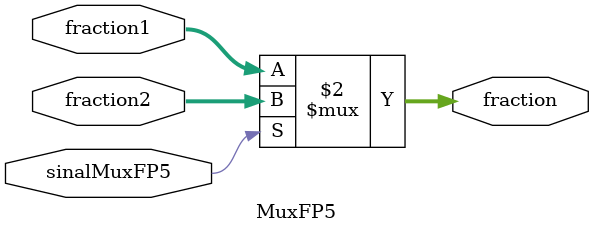
<source format=v>



module MuxFP1 (exp1, exp2, sinalMuxFP1, smallestExp);

input [7:0] exp1;
input [7:0] exp2;
output [7:0] smallestExp; // Vai para MuxFP4
input sinalMuxFP1;

assign smallestExp = (sinalMuxFP1 == 1'b0) ? (exp1) : (exp2);

endmodule

module MuxFP2 (fraction1, fraction2, sinalMuxFP2, biggerFraction);

input [22:0] fraction1;
input [22:0] fraction2;
output [22:0] biggerFraction; // Vai receber shift para a direita e ir pra ULA grande
input sinalMuxFP2;

assign biggerFraction = (sinalMuxFP2 == 1'b0) ? (fraction1) : (fraction2);

endmodule

module MuxFP3 (fraction1, fraction2, sinalMuxFP3, smallerFraction);

input [22:0] fraction1;
input [22:0] fraction2;
output [22:0] smallerFraction; // Vai para ULA grande
input sinalMuxFP3;

assign smallerFraction = (sinalMuxFP3 == 1'b0) ? (fraction1) : (fraction2);

endmodule

module MuxFP4 (exp1, exp2, sinalMuxFP4, exp);

input [7:0] exp1;
input [7:0] exp2;
output [7:0] exp; // Será incrementado ou decrementado
input sinalMuxFP4;

assign exp = (sinalMuxFP4 == 1'b0) ? (exp1) : (exp2);

endmodule

module MuxFP5 (fraction1, fraction2, sinalMuxFP5, fraction);

input [7:0] fraction1;
input [7:0] fraction2;
output [7:0] fraction; // receberá shift para a direita ou esquerda
input sinalMuxFP5;

assign fraction = (sinalMuxFP5 == 1'b0) ? (fraction1) : (fraction2);

endmodule
</source>
